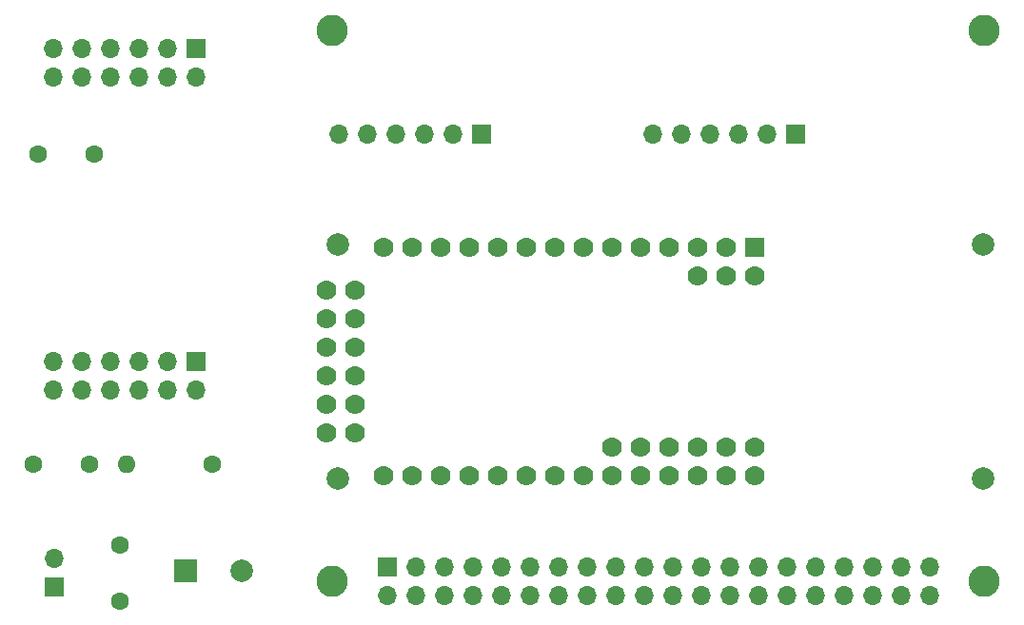
<source format=gts>
G04 #@! TF.GenerationSoftware,KiCad,Pcbnew,5.1.9-1.fc33*
G04 #@! TF.CreationDate,2021-02-14T12:50:59-05:00*
G04 #@! TF.ProjectId,cyc1000_pidp-11_shim,63796331-3030-4305-9f70-6964702d3131,1*
G04 #@! TF.SameCoordinates,Original*
G04 #@! TF.FileFunction,Soldermask,Top*
G04 #@! TF.FilePolarity,Negative*
%FSLAX46Y46*%
G04 Gerber Fmt 4.6, Leading zero omitted, Abs format (unit mm)*
G04 Created by KiCad (PCBNEW 5.1.9-1.fc33) date 2021-02-14 12:50:59*
%MOMM*%
%LPD*%
G01*
G04 APERTURE LIST*
%ADD10C,2.000000*%
%ADD11C,1.778000*%
%ADD12R,1.778000X1.778000*%
%ADD13R,1.700000X1.700000*%
%ADD14O,1.700000X1.700000*%
%ADD15C,2.800000*%
%ADD16R,2.000000X2.000000*%
%ADD17C,1.600000*%
%ADD18O,1.600000X1.600000*%
G04 APERTURE END LIST*
D10*
X291338366Y-132340308D03*
X233959766Y-132340308D03*
X233959766Y-111501894D03*
X291338366Y-111501894D03*
D11*
X232994566Y-128265894D03*
X232994566Y-125725894D03*
X232994566Y-123185894D03*
X232994566Y-120645894D03*
X232994566Y-118105894D03*
X232994566Y-115565894D03*
X235534566Y-128265894D03*
X235534566Y-125725894D03*
X235534566Y-123185894D03*
X235534566Y-120645894D03*
X235534566Y-118105894D03*
X235534566Y-115565894D03*
X238074566Y-132075894D03*
X240614566Y-132075894D03*
X243154566Y-132075894D03*
X245694566Y-132075894D03*
X248234566Y-132075894D03*
X250774566Y-132075894D03*
X253314566Y-132075894D03*
X255854566Y-132075894D03*
X258394566Y-132075894D03*
X260934566Y-132075894D03*
X263474566Y-132075894D03*
X266014566Y-132075894D03*
X268554566Y-132075894D03*
X271094566Y-132075894D03*
X258394566Y-129535894D03*
X260934566Y-129535894D03*
X263474566Y-129535894D03*
X266014566Y-129535894D03*
X268554566Y-129535894D03*
X271094566Y-129535894D03*
X266014566Y-114295894D03*
X268554566Y-114295894D03*
X271094566Y-114295894D03*
X238074566Y-111755894D03*
X240614566Y-111755894D03*
X243154566Y-111755894D03*
X245694566Y-111755894D03*
X248234566Y-111755894D03*
X250774566Y-111755894D03*
X253314566Y-111755894D03*
X255854566Y-111755894D03*
X258394566Y-111755894D03*
X260934566Y-111755894D03*
X263474566Y-111755894D03*
X266014566Y-111755894D03*
D12*
X271094566Y-111755894D03*
D11*
X268554566Y-111755894D03*
D13*
X274680000Y-101700000D03*
D14*
X272140000Y-101700000D03*
X269600000Y-101700000D03*
X267060000Y-101700000D03*
X264520000Y-101700000D03*
X261980000Y-101700000D03*
D13*
X221340000Y-121920000D03*
D14*
X221340000Y-124460000D03*
X218800000Y-121920000D03*
X218800000Y-124460000D03*
X216260000Y-121920000D03*
X216260000Y-124460000D03*
X213720000Y-121920000D03*
X213720000Y-124460000D03*
X211180000Y-121920000D03*
X211180000Y-124460000D03*
X208640000Y-121920000D03*
X208640000Y-124460000D03*
D15*
X233500000Y-92500000D03*
X291500000Y-92500000D03*
X233500000Y-141500000D03*
X291500000Y-141500000D03*
D16*
X220440000Y-140620000D03*
D10*
X225440000Y-140620000D03*
D17*
X214570000Y-143280000D03*
X214570000Y-138280000D03*
D13*
X208780000Y-141980000D03*
D14*
X208780000Y-139440000D03*
D13*
X238370000Y-140230000D03*
D14*
X238370000Y-142770000D03*
X240910000Y-140230000D03*
X240910000Y-142770000D03*
X243450000Y-140230000D03*
X243450000Y-142770000D03*
X245990000Y-140230000D03*
X245990000Y-142770000D03*
X248530000Y-140230000D03*
X248530000Y-142770000D03*
X251070000Y-140230000D03*
X251070000Y-142770000D03*
X253610000Y-140230000D03*
X253610000Y-142770000D03*
X256150000Y-140230000D03*
X256150000Y-142770000D03*
X258690000Y-140230000D03*
X258690000Y-142770000D03*
X261230000Y-140230000D03*
X261230000Y-142770000D03*
X263770000Y-140230000D03*
X263770000Y-142770000D03*
X266310000Y-140230000D03*
X266310000Y-142770000D03*
X268850000Y-140230000D03*
X268850000Y-142770000D03*
X271390000Y-140230000D03*
X271390000Y-142770000D03*
X273930000Y-140230000D03*
X273930000Y-142770000D03*
X276470000Y-140230000D03*
X276470000Y-142770000D03*
X279010000Y-140230000D03*
X279010000Y-142770000D03*
X281550000Y-140230000D03*
X281550000Y-142770000D03*
X284090000Y-140230000D03*
X284090000Y-142770000D03*
X286630000Y-140230000D03*
X286630000Y-142770000D03*
D17*
X222780000Y-131130000D03*
D18*
X215160000Y-131130000D03*
D14*
X208640000Y-96620000D03*
X208640000Y-94080000D03*
X211180000Y-96620000D03*
X211180000Y-94080000D03*
X213720000Y-96620000D03*
X213720000Y-94080000D03*
X216260000Y-96620000D03*
X216260000Y-94080000D03*
X218800000Y-96620000D03*
X218800000Y-94080000D03*
X221340000Y-96620000D03*
D13*
X221340000Y-94080000D03*
D14*
X234040000Y-101700000D03*
X236580000Y-101700000D03*
X239120000Y-101700000D03*
X241660000Y-101700000D03*
X244200000Y-101700000D03*
D13*
X246740000Y-101700000D03*
D17*
X207300000Y-103460000D03*
X212300000Y-103460000D03*
X211890000Y-131080000D03*
X206890000Y-131080000D03*
M02*

</source>
